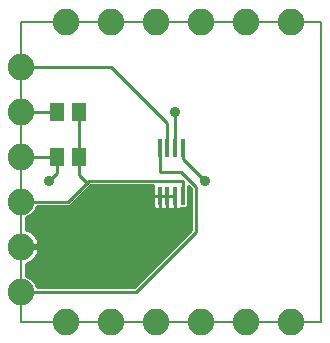
<source format=gtl>
G75*
%MOIN*%
%OFA0B0*%
%FSLAX25Y25*%
%IPPOS*%
%LPD*%
%AMOC8*
5,1,8,0,0,1.08239X$1,22.5*
%
%ADD10C,0.00000*%
%ADD11R,0.01800X0.06000*%
%ADD12R,0.05118X0.05906*%
%ADD13C,0.00500*%
%ADD14C,0.08858*%
%ADD15C,0.01000*%
%ADD16C,0.03562*%
D10*
X0005629Y0005629D02*
X0005629Y0105590D01*
X0105629Y0105629D01*
X0105629Y0005629D01*
X0005629Y0005629D01*
D11*
X0051829Y0047629D03*
X0054329Y0047629D03*
X0056929Y0047629D03*
X0059429Y0047629D03*
X0059429Y0063629D03*
X0056929Y0063629D03*
X0054329Y0063629D03*
X0051829Y0063629D03*
D12*
X0024994Y0060629D03*
X0017514Y0060629D03*
X0017514Y0075629D03*
X0024994Y0075629D03*
D13*
X0005629Y0005629D02*
X0105629Y0005629D01*
X0105629Y0105629D01*
X0005629Y0105629D01*
X0005629Y0005629D01*
D14*
X0005629Y0015629D03*
X0005629Y0030629D03*
X0005629Y0045629D03*
X0005629Y0060629D03*
X0005629Y0075629D03*
X0005629Y0090629D03*
X0020629Y0105629D03*
X0035629Y0105629D03*
X0050629Y0105629D03*
X0065629Y0105629D03*
X0080629Y0105629D03*
X0095629Y0105629D03*
X0095629Y0005629D03*
X0080629Y0005629D03*
X0065629Y0005629D03*
X0050629Y0005629D03*
X0035629Y0005629D03*
X0020629Y0005629D03*
D15*
X0010884Y0017129D02*
X0010232Y0018704D01*
X0008704Y0020232D01*
X0007379Y0020781D01*
X0007379Y0024963D01*
X0007905Y0025134D01*
X0008737Y0025558D01*
X0009492Y0026107D01*
X0010152Y0026767D01*
X0010700Y0027522D01*
X0011124Y0028353D01*
X0011412Y0029241D01*
X0011553Y0030129D01*
X0007379Y0030129D01*
X0007379Y0031129D01*
X0011553Y0031129D01*
X0011412Y0032018D01*
X0011124Y0032905D01*
X0010700Y0033737D01*
X0010152Y0034492D01*
X0009492Y0035152D01*
X0008737Y0035700D01*
X0007905Y0036124D01*
X0007379Y0036295D01*
X0007379Y0040478D01*
X0008704Y0041027D01*
X0010232Y0042554D01*
X0010884Y0044129D01*
X0021875Y0044129D01*
X0028125Y0050379D01*
X0028750Y0051004D01*
X0049477Y0051004D01*
X0049429Y0050827D01*
X0049429Y0047629D01*
X0049429Y0044432D01*
X0049531Y0044050D01*
X0049729Y0043708D01*
X0050008Y0043429D01*
X0050350Y0043231D01*
X0050732Y0043129D01*
X0051829Y0043129D01*
X0051829Y0047629D01*
X0051829Y0047629D01*
X0049429Y0047629D01*
X0051829Y0047629D01*
X0051829Y0047629D01*
X0051879Y0047579D01*
X0051879Y0039379D01*
X0043129Y0030629D01*
X0005629Y0030629D01*
X0007379Y0030592D02*
X0056596Y0030592D01*
X0057594Y0031590D02*
X0011480Y0031590D01*
X0011227Y0032589D02*
X0058593Y0032589D01*
X0059591Y0033587D02*
X0010776Y0033587D01*
X0010057Y0034586D02*
X0060590Y0034586D01*
X0061588Y0035584D02*
X0008896Y0035584D01*
X0007379Y0036583D02*
X0062254Y0036583D01*
X0062254Y0036250D02*
X0043133Y0017129D01*
X0010884Y0017129D01*
X0010685Y0017611D02*
X0043615Y0017611D01*
X0044613Y0018610D02*
X0010271Y0018610D01*
X0009328Y0019608D02*
X0045612Y0019608D01*
X0046610Y0020607D02*
X0007799Y0020607D01*
X0007379Y0021605D02*
X0047609Y0021605D01*
X0048608Y0022604D02*
X0007379Y0022604D01*
X0007379Y0023602D02*
X0049606Y0023602D01*
X0050605Y0024601D02*
X0007379Y0024601D01*
X0008793Y0025599D02*
X0051603Y0025599D01*
X0052602Y0026598D02*
X0009983Y0026598D01*
X0010738Y0027596D02*
X0053600Y0027596D01*
X0054599Y0028595D02*
X0011202Y0028595D01*
X0011468Y0029593D02*
X0055597Y0029593D01*
X0062254Y0036250D02*
X0062254Y0050008D01*
X0061329Y0050933D01*
X0061329Y0044215D01*
X0060743Y0043629D01*
X0058950Y0043629D01*
X0058750Y0043429D01*
X0058408Y0043231D01*
X0058027Y0043129D01*
X0056929Y0043129D01*
X0056929Y0047629D01*
X0056929Y0047629D01*
X0054529Y0047629D01*
X0054329Y0047629D01*
X0054329Y0047629D01*
X0054329Y0043129D01*
X0053232Y0043129D01*
X0053079Y0043170D01*
X0052927Y0043129D01*
X0051829Y0043129D01*
X0051829Y0047629D01*
X0051829Y0047629D01*
X0051929Y0047629D01*
X0054329Y0047629D01*
X0054329Y0047629D01*
X0054329Y0043129D01*
X0055427Y0043129D01*
X0055629Y0043183D01*
X0055832Y0043129D01*
X0056929Y0043129D01*
X0056929Y0047629D01*
X0056929Y0047629D01*
X0054329Y0047629D01*
X0051829Y0047629D01*
X0051829Y0047567D02*
X0051829Y0047567D01*
X0051829Y0046568D02*
X0051829Y0046568D01*
X0051829Y0045570D02*
X0051829Y0045570D01*
X0051829Y0044571D02*
X0051829Y0044571D01*
X0051829Y0043573D02*
X0051829Y0043573D01*
X0049864Y0043573D02*
X0010654Y0043573D01*
X0010240Y0042574D02*
X0062254Y0042574D01*
X0062254Y0041576D02*
X0009253Y0041576D01*
X0007619Y0040577D02*
X0062254Y0040577D01*
X0062254Y0039579D02*
X0007379Y0039579D01*
X0007379Y0038580D02*
X0062254Y0038580D01*
X0062254Y0037581D02*
X0007379Y0037581D01*
X0005629Y0045629D02*
X0021254Y0045629D01*
X0027504Y0051879D01*
X0024994Y0054389D01*
X0024994Y0060629D01*
X0024994Y0075629D01*
X0017514Y0075629D02*
X0005629Y0075629D01*
X0005629Y0060629D02*
X0017514Y0060629D01*
X0017504Y0060629D01*
X0017504Y0055004D01*
X0015004Y0052504D01*
X0017504Y0060619D02*
X0017514Y0060629D01*
X0027504Y0051879D02*
X0028129Y0052504D01*
X0059379Y0052504D01*
X0059429Y0052454D01*
X0059429Y0047629D01*
X0061329Y0047567D02*
X0062254Y0047567D01*
X0062254Y0048565D02*
X0061329Y0048565D01*
X0061329Y0049564D02*
X0062254Y0049564D01*
X0061700Y0050562D02*
X0061329Y0050562D01*
X0063754Y0050629D02*
X0063754Y0035629D01*
X0043754Y0015629D01*
X0005629Y0015629D01*
X0022317Y0044571D02*
X0049429Y0044571D01*
X0049429Y0045570D02*
X0023316Y0045570D01*
X0024314Y0046568D02*
X0049429Y0046568D01*
X0049429Y0047567D02*
X0025313Y0047567D01*
X0026311Y0048565D02*
X0049429Y0048565D01*
X0049429Y0049564D02*
X0027310Y0049564D01*
X0028308Y0050562D02*
X0049429Y0050562D01*
X0054329Y0047629D02*
X0054329Y0047629D01*
X0054329Y0047567D02*
X0054329Y0047567D01*
X0054329Y0046568D02*
X0054329Y0046568D01*
X0054329Y0045570D02*
X0054329Y0045570D01*
X0054329Y0044571D02*
X0054329Y0044571D01*
X0054329Y0043573D02*
X0054329Y0043573D01*
X0056929Y0043573D02*
X0056929Y0043573D01*
X0056929Y0044571D02*
X0056929Y0044571D01*
X0056929Y0045570D02*
X0056929Y0045570D01*
X0056929Y0046568D02*
X0056929Y0046568D01*
X0056929Y0047567D02*
X0056929Y0047567D01*
X0058894Y0043573D02*
X0062254Y0043573D01*
X0062254Y0044571D02*
X0061329Y0044571D01*
X0061329Y0045570D02*
X0062254Y0045570D01*
X0062254Y0046568D02*
X0061329Y0046568D01*
X0063754Y0050629D02*
X0058754Y0055629D01*
X0051879Y0055629D01*
X0051829Y0055679D01*
X0051829Y0063629D01*
X0054329Y0063629D02*
X0054329Y0071929D01*
X0035629Y0090629D01*
X0005629Y0090629D01*
X0056879Y0075629D02*
X0056929Y0075629D01*
X0056929Y0063629D01*
X0059429Y0063629D02*
X0059429Y0059954D01*
X0066879Y0052504D01*
D16*
X0066879Y0052504D03*
X0056879Y0075629D03*
X0015004Y0052504D03*
M02*

</source>
